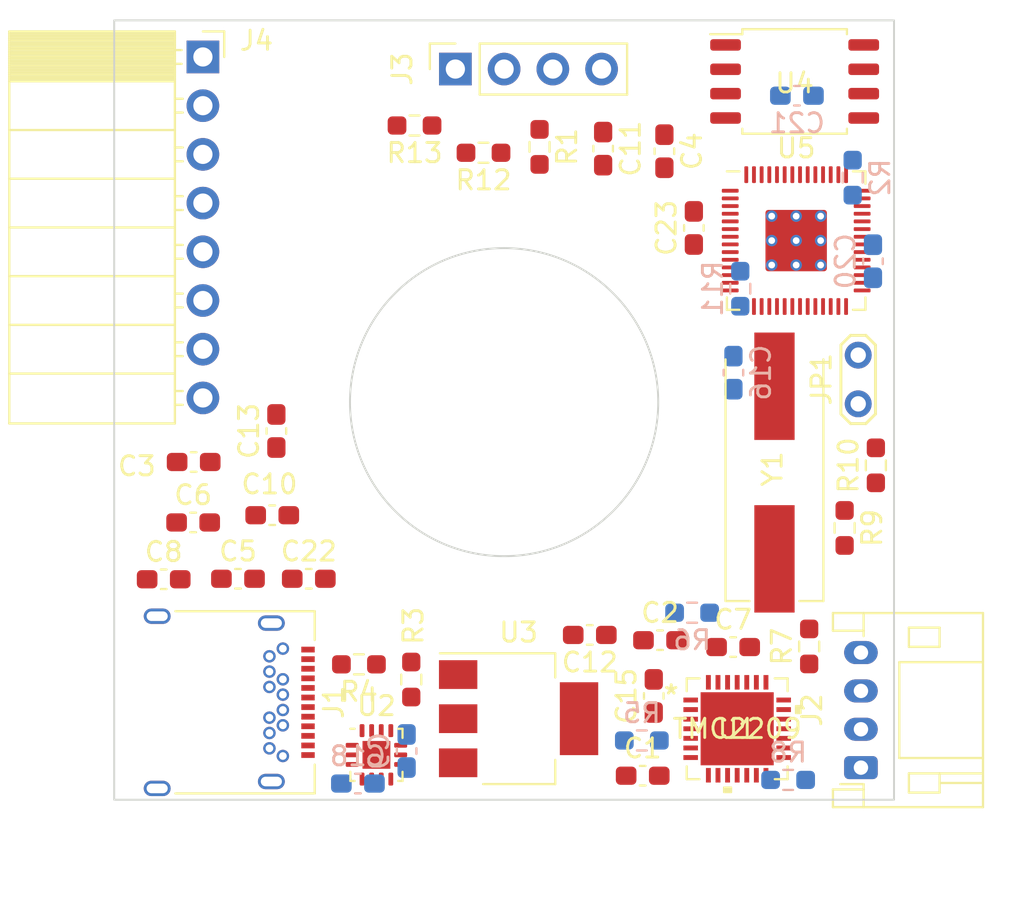
<source format=kicad_pcb>
(kicad_pcb (version 20211014) (generator pcbnew)
  (layers (0 "F.Cu" jumper) (31 "B.Cu" signal) (34 "B.Paste" user) (35 "F.Paste" user) (36 "B.SilkS" user "B.Silkscreen") (37 "F.SilkS" user "F.Silkscreen") (38 "B.Mask" user) (39 "F.Mask" user) (44 "Edge.Cuts" user))
  (net 0 "")
  (net 1 "Net-(C1-Pad1)")
  (net 2 "GND")
  (net 3 "Net-(C2-Pad1)")
  (net 4 "Net-(C2-Pad2)")
  (net 5 "+3V3")
  (net 6 "Net-(C5-Pad1)")
  (net 7 "VBUS")
  (net 8 "cc2")
  (net 9 "cc1")
  (net 10 "Net-(C12-Pad1)")
  (net 11 "Net-(C15-Pad2)")
  (net 12 "Net-(C16-Pad2)")
  (net 13 "+1V1")
  (net 16 "USB-D+")
  (net 17 "USB-D-")
  (net 26 "Net-(J2-Pad1)")
  (net 27 "Net-(J2-Pad2)")
  (net 28 "Net-(J2-Pad3)")
  (net 29 "Net-(J2-Pad4)")
  (net 30 "Net-(J3-Pad3)")
  (net 31 "Net-(J3-Pad4)")
  (net 32 "Net-(J4-Pad2)")
  (net 33 "Net-(J4-Pad4)")
  (net 34 "Net-(J4-Pad5)")
  (net 35 "Net-(J4-Pad6)")
  (net 36 "Net-(J4-Pad7)")
  (net 38 "Net-(JP1-Pad2)")
  (net 39 "tmc_ENN")
  (net 40 "PWR-SDA")
  (net 41 "PWR-SCL")
  (net 42 "PWR-INT_N")
  (net 43 "Net-(R5-Pad2)")
  (net 44 "Net-(R6-Pad2)")
  (net 45 "Net-(R7-Pad1)")
  (net 46 "Net-(R9-Pad2)")
  (net 47 "Net-(R10-Pad2)")
  (net 48 "Net-(R11-Pad1)")
  (net 49 "tmc_UART")
  (net 50 "Net-(R12-Pad1)")
  (net 51 "Net-(R13-Pad1)")
  (net 53 "tmc_DIAG")
  (net 54 "tmc_INDEX")
  (net 55 "tmc_STEP")
  (net 56 "tmc_DIR")
  (net 58 "Net-(U4-Pad2)")
  (net 59 "Net-(U4-Pad3)")
  (net 60 "Net-(U4-Pad5)")
  (net 61 "Net-(U4-Pad6)")
  (net 62 "Net-(U4-Pad7)")
  (footprint "Resistor_SMD:R_0603_1608Metric_Pad0.98x0.95mm_HandSolder" (layer "F.Cu") (at 217.494129 74.003788 90)
    (fp_text reference "R10" (at 0 -1.43 90) (layer "F.SilkS"))
    (fp_text value "1k")
    (pad "1" smd roundrect (at -0.9125 0 90) (size 0.975 0.95) (layers "F.Cu" "F.Paste" "F.Mask") (net 12 "Net-(C16-Pad2)"))
    (pad "2" smd roundrect (at 0.9125 0 90) (size 0.975 0.95) (layers "F.Cu" "F.Paste" "F.Mask") (net 47 "Net-(R10-Pad2)"))
  )
  (footprint "Connector_PinSocket_2.54mm:PinSocket_1x04_P2.54mm_Vertical" (layer "F.Cu") (at 195.58 53.34 90)
    (fp_text reference "J3" (at 0 -2.77 90) (layer "F.SilkS"))
    (fp_text value "I2C OLED")
    (pad "1" thru_hole rect (at 0 0 90) (size 1.7 1.7) (drill 1) (layers *.Cu *.Mask) (net 2 "GND"))
    (pad "2" thru_hole oval (at 0 2.54 90) (size 1.7 1.7) (drill 1) (layers *.Cu *.Mask) (net 5 "+3V3"))
    (pad "3" thru_hole oval (at 0 5.08 90) (size 1.7 1.7) (drill 1) (layers *.Cu *.Mask) (net 30 "Net-(J3-Pad3)"))
    (pad "4" thru_hole oval (at 0 7.62 90) (size 1.7 1.7) (drill 1) (layers *.Cu *.Mask) (net 31 "Net-(J3-Pad4)"))
  )
  (footprint "Connector_USB:USB_C_Receptacle_Amphenol_12401548E4-2A" (layer "F.Cu") (at 182.88 86.36 -90)
    (fp_text reference "J1" (at 0 -6.36 90) (layer "F.SilkS"))
    (fp_text value "USB_C_Receptacle")
    (pad "" np_thru_hole circle (at -3.6 -4.36 270) (size 0.65 0.65) (drill 0.65) (layers *.Cu *.Mask))
    (pad "" np_thru_hole oval (at 3.6 -4.36 270) (size 0.95 0.65) (drill oval 0.95 0.65) (layers *.Cu *.Mask))
    (pad "A1" smd rect (at -2.75 -5.02 270) (size 0.3 0.7) (layers "F.Cu" "F.Paste" "F.Mask") (net 2 "GND"))
    (pad "A2" smd rect (at -2.25 -5.02 270) (size 0.3 0.7) (layers "F.Cu" "F.Paste" "F.Mask"))
    (pad "A3" smd rect (at -1.75 -5.02 270) (size 0.3 0.7) (layers "F.Cu" "F.Paste" "F.Mask"))
    (pad "A4" smd rect (at -1.25 -5.02 270) (size 0.3 0.7) (layers "F.Cu" "F.Paste" "F.Mask") (net 7 "VBUS"))
    (pad "A5" smd rect (at -0.75 -5.02 270) (size 0.3 0.7) (layers "F.Cu" "F.Paste" "F.Mask") (net 9 "cc1"))
    (pad "A6" smd rect (at -0.25 -5.02 270) (size 0.3 0.7) (layers "F.Cu" "F.Paste" "F.Mask") (net 16 "USB-D+"))
    (pad "A7" smd rect (at 0.25 -5.02 270) (size 0.3 0.7) (layers "F.Cu" "F.Paste" "F.Mask") (net 17 "USB-D-"))
    (pad "A8" smd rect (at 0.75 -5.02 270) (size 0.3 0.7) (layers "F.Cu" "F.Paste" "F.Mask"))
    (pad "A9" smd rect (at 1.25 -5.02 270) (size 0.3 0.7) (layers "F.Cu" "F.Paste" "F.Mask") (net 7 "VBUS"))
    (pad "A10" smd rect (at 1.75 -5.02 270) (size 0.3 0.7) (layers "F.Cu" "F.Paste" "F.Mask"))
    (pad "A11" smd rect (at 2.25 -5.02 270) (size 0.3 0.7) (layers "F.Cu" "F.Paste" "F.Mask"))
    (pad "A12" smd rect (at 2.75 -5.02 270) (size 0.3 0.7) (layers "F.Cu" "F.Paste" "F.Mask") (net 2 "GND"))
    (pad "B1" thru_hole circle (at 2.8 -3.71 270) (size 0.65 0.65) (drill 0.4) (layers *.Cu *.Mask) (net 2 "GND"))
    (pad "B2" thru_hole circle (at 2.4 -3.01 270) (size 0.65 0.65) (drill 0.4) (layers *.Cu *.Mask))
    (pad "B3" thru_hole circle (at 1.6 -3.01 270) (size 0.65 0.65) (drill 0.4) (layers *.Cu *.Mask))
    (pad "B4" thru_hole circle (at 1.2 -3.71 270) (size 0.65 0.65) (drill 0.4) (layers *.Cu *.Mask) (net 7 "VBUS"))
    (pad "B5" thru_hole circle (at 0.8 -3.01 270) (size 0.65 0.65) (drill 0.4) (layers *.Cu *.Mask) (net 8 "cc2"))
    (pad "B6" thru_hole circle (at 0.4 -3.71 270) (size 0.65 0.65) (drill 0.4) (layers *.Cu *.Mask) (net 16 "USB-D+"))
    (pad "B7" thru_hole circle (at -0.4 -3.71 270) (size 0.65 0.65) (drill 0.4) (layers *.Cu *.Mask) (net 17 "USB-D-"))
    (pad "B8" thru_hole circle (at -0.8 -3.01 270) (size 0.65 0.65) (drill 0.4) (layers *.Cu *.Mask))
    (pad "B9" thru_hole circle (at -1.2 -3.71 270) (size 0.65 0.65) (drill 0.4) (layers *.Cu *.Mask) (net 7 "VBUS"))
    (pad "B10" thru_hole circle (at -1.6 -3.01 270) (size 0.65 0.65) (drill 0.4) (layers *.Cu *.Mask))
    (pad "B11" thru_hole circle (at -2.4 -3.01 270) (size 0.65 0.65) (drill 0.4) (layers *.Cu *.Mask))
    (pad "B12" thru_hole circle (at -2.8 -3.71 270) (size 0.65 0.65) (drill 0.4) (layers *.Cu *.Mask) (net 2 "GND"))
    (pad "S1" thru_hole oval (at 4.49 2.84 270) (size 0.8 1.4) (drill oval 0.5 1.1) (layers *.Cu *.Mask) (net 2 "GND"))
    (pad "S1" thru_hole oval (at -4.13 -3.11 270) (size 0.8 1.4) (drill oval 0.5 1.1) (layers *.Cu *.Mask) (net 2 "GND"))
    (pad "S1" thru_hole oval (at -4.49 2.84 270) (size 0.8 1.4) (drill oval 0.5 1.1) (layers *.Cu *.Mask) (net 2 "GND"))
    (pad "S1" thru_hole oval (at 4.13 -3.11 270) (size 0.8 1.4) (drill oval 0.5 1.1) (layers *.Cu *.Mask) (net 2 "GND"))
  )
  (footprint "Resistor_SMD:R_0603_1608Metric_Pad0.98x0.95mm_HandSolder" (layer "F.Cu") (at 214.018049 83.446684 90)
    (fp_text reference "R7" (at 0 -1.43 90) (layer "F.SilkS"))
    (fp_text value "10k")
    (pad "1" smd roundrect (at -0.9125 0 90) (size 0.975 0.95) (layers "F.Cu" "F.Paste" "F.Mask") (net 45 "Net-(R7-Pad1)"))
    (pad "2" smd roundrect (at 0.9125 0 90) (size 0.975 0.95) (layers "F.Cu" "F.Paste" "F.Mask") (net 5 "+3V3"))
  )
  (footprint "Capacitor_SMD:C_0603_1608Metric_Pad1.08x0.95mm_HandSolder" (layer "F.Cu") (at 205.341709 90.187288)
    (fp_text reference "C1" (at 0 -1.43) (layer "F.SilkS"))
    (fp_text value "2.2uF")
    (pad "1" smd roundrect (at -0.8625 0) (size 1.075 0.95) (layers "F.Cu" "F.Paste" "F.Mask") (net 1 "Net-(C1-Pad1)"))
    (pad "2" smd roundrect (at 0.8625 0) (size 1.075 0.95) (layers "F.Cu" "F.Paste" "F.Mask") (net 2 "GND"))
  )
  (footprint "Capacitor_SMD:C_0603_1608Metric_Pad1.08x0.95mm_HandSolder" (layer "F.Cu") (at 208.008704 61.62388 90)
    (fp_text reference "C23" (at 0 -1.43 90) (layer "F.SilkS"))
    (fp_text value "700nF")
    (pad "1" smd roundrect (at -0.8625 0 90) (size 1.075 0.95) (layers "F.Cu" "F.Paste" "F.Mask") (net 5 "+3V3"))
    (pad "2" smd roundrect (at 0.8625 0 90) (size 1.075 0.95) (layers "F.Cu" "F.Paste" "F.Mask") (net 2 "GND"))
  )
  (footprint "Capacitor_SMD:C_0603_1608Metric_Pad1.08x0.95mm_HandSolder" (layer "F.Cu") (at 186.251284 72.212976 90)
    (fp_text reference "C13" (at 0 -1.43 90) (layer "F.SilkS"))
    (fp_text value "300nF")
    (pad "1" smd roundrect (at -0.8625 0 90) (size 1.075 0.95) (layers "F.Cu" "F.Paste" "F.Mask") (net 7 "VBUS"))
    (pad "2" smd roundrect (at 0.8625 0 90) (size 1.075 0.95) (layers "F.Cu" "F.Paste" "F.Mask") (net 2 "GND"))
  )
  (footprint "Package_SO:SOIC-8_5.23x5.23mm_P1.27mm" (layer "F.Cu") (at 213.259944 53.986575)
    (fp_text reference "U4" (at 0 0.090389) (layer "F.SilkS"))
    (fp_text value "W25Q128JVS")
    (pad "1" smd roundrect (at -3.6 -1.905) (size 1.6 0.6) (layers "F.Cu" "F.Paste" "F.Mask") (net 46 "Net-(R9-Pad2)"))
    (pad "2" smd roundrect (at -3.6 -0.635) (size 1.6 0.6) (layers "F.Cu" "F.Paste" "F.Mask") (net 58 "Net-(U4-Pad2)"))
    (pad "3" smd roundrect (at -3.6 0.635) (size 1.6 0.6) (layers "F.Cu" "F.Paste" "F.Mask") (net 59 "Net-(U4-Pad3)"))
    (pad "4" smd roundrect (at -3.6 1.905) (size 1.6 0.6) (layers "F.Cu" "F.Paste" "F.Mask") (net 2 "GND"))
    (pad "5" smd roundrect (at 3.6 1.905) (size 1.6 0.6) (layers "F.Cu" "F.Paste" "F.Mask") (net 60 "Net-(U4-Pad5)"))
    (pad "6" smd roundrect (at 3.6 0.635) (size 1.6 0.6) (layers "F.Cu" "F.Paste" "F.Mask") (net 61 "Net-(U4-Pad6)"))
    (pad "7" smd roundrect (at 3.6 -0.635) (size 1.6 0.6) (layers "F.Cu" "F.Paste" "F.Mask") (net 62 "Net-(U4-Pad7)"))
    (pad "8" smd roundrect (at 3.6 -1.905) (size 1.6 0.6) (layers "F.Cu" "F.Paste" "F.Mask") (net 5 "+3V3"))
  )
  (footprint "Connector_PinSocket_2.54mm:PinSocket_1x08_P2.54mm_Horizontal" (layer "F.Cu") (at 182.423279 52.708471)
    (fp_text reference "J4" (at 2.792805 -0.850104) (layer "F.SilkS"))
    (fp_text value "SPI RFID")
    (pad "1" thru_hole rect (at 0 0) (size 1.7 1.7) (drill 1) (layers *.Cu *.Mask) (net 5 "+3V3"))
    (pad "2" thru_hole oval (at 0 2.54) (size 1.7 1.7) (drill 1) (layers *.Cu *.Mask) (net 32 "Net-(J4-Pad2)"))
    (pad "3" thru_hole oval (at 0 5.08) (size 1.7 1.7) (drill 1) (layers *.Cu *.Mask) (net 2 "GND"))
    (pad "4" thru_hole oval (at 0 7.62) (size 1.7 1.7) (drill 1) (layers *.Cu *.Mask) (net 33 "Net-(J4-Pad4)"))
    (pad "5" thru_hole oval (at 0 10.16) (size 1.7 1.7) (drill 1) (layers *.Cu *.Mask) (net 34 "Net-(J4-Pad5)"))
    (pad "6" thru_hole oval (at 0 12.7) (size 1.7 1.7) (drill 1) (layers *.Cu *.Mask) (net 35 "Net-(J4-Pad6)"))
    (pad "7" thru_hole oval (at 0 15.24) (size 1.7 1.7) (drill 1) (layers *.Cu *.Mask) (net 36 "Net-(J4-Pad7)"))
    (pad "8" thru_hole oval (at 0 17.78) (size 1.7 1.7) (drill 1) (layers *.Cu *.Mask))
  )
  (footprint "Resistor_SMD:R_0603_1608Metric_Pad0.98x0.95mm_HandSolder" (layer "F.Cu") (at 199.967183 57.398269 -90)
    (fp_text reference "R1" (at 0 -1.43 90) (layer "F.SilkS"))
    (fp_text value "10k")
    (pad "1" smd roundrect (at -0.9125 0 270) (size 0.975 0.95) (layers "F.Cu" "F.Paste" "F.Mask") (net 2 "GND"))
    (pad "2" smd roundrect (at 0.9125 0 270) (size 0.975 0.95) (layers "F.Cu" "F.Paste" "F.Mask") (net 39 "tmc_ENN"))
  )
  (footprint "Resistor_SMD:R_0603_1608Metric_Pad0.98x0.95mm_HandSolder" (layer "F.Cu") (at 193.281175 85.172112 -90)
    (fp_text reference "R3" (at -2.801692 -0.107758 90) (layer "F.SilkS"))
    (fp_text value "4.7k")
    (pad "1" smd roundrect (at -0.9125 0 270) (size 0.975 0.95) (layers "F.Cu" "F.Paste" "F.Mask") (net 41 "PWR-SCL"))
    (pad "2" smd roundrect (at 0.9125 0 270) (size 0.975 0.95) (layers "F.Cu" "F.Paste" "F.Mask") (net 5 "+3V3"))
  )
  (footprint "Connector_JST:JST_PH_S4B-PH-K_1x04_P2.00mm_Horizontal" (layer "F.Cu") (at 216.715881 89.765862 90)
    (fp_text reference "J2" (at 3 -2.55 90) (layer "F.SilkS"))
    (fp_text value "Stepper OUT")
    (pad "1" thru_hole roundrect (at 0 0 90) (size 1.2 1.75) (drill 0.75) (layers *.Cu *.Mask) (roundrect_rratio 0.208333) (net 26 "Net-(J2-Pad1)"))
    (pad "2" thru_hole oval (at 2 0 90) (size 1.2 1.75) (drill 0.75) (layers *.Cu *.Mask) (net 27 "Net-(J2-Pad2)"))
    (pad "3" thru_hole oval (at 4 0 90) (size 1.2 1.75) (drill 0.75) (layers *.Cu *.Mask) (net 28 "Net-(J2-Pad3)"))
    (pad "4" thru_hole oval (at 6 0 90) (size 1.2 1.75) (drill 0.75) (layers *.Cu *.Mask) (net 29 "Net-(J2-Pad4)"))
  )
  (footprint "TestPoint:TestPoint_2Pads_Pitch2.54mm_Drill0.8mm" (layer "F.Cu") (at 216.573483 68.256727 -90)
    (fp_text reference "JP1" (at 1.25717 1.916965 90) (layer "F.SilkS"))
    (fp_text value "Jumper_2_Open")
    (pad "1" thru_hole circle (at 0 0 270) (size 1.4 1.4) (drill 0.8) (layers *.Cu *.Mask) (net 2 "GND"))
    (pad "2" thru_hole circle (at 2.54 0 270) (size 1.4 1.4) (drill 0.8) (layers *.Cu *.Mask) (net 38 "Net-(JP1-Pad2)"))
  )
  (footprint "Capacitor_SMD:C_0603_1608Metric_Pad1.08x0.95mm_HandSolder" (layer "F.Cu") (at 186.035769 76.60409 180)
    (fp_text reference "C10" (at 0.146267 1.616361) (layer "F.SilkS"))
    (fp_text value "100nF")
    (pad "1" smd roundrect (at -0.8625 0 180) (size 1.075 0.95) (layers "F.Cu" "F.Paste" "F.Mask") (net 5 "+3V3"))
    (pad "2" smd roundrect (at 0.8625 0 180) (size 1.075 0.95) (layers "F.Cu" "F.Paste" "F.Mask") (net 2 "GND"))
  )
  (footprint "Capacitor_SMD:C_0603_1608Metric_Pad1.08x0.95mm_HandSolder" (layer "F.Cu") (at 180.378507 79.944569)
    (fp_text reference "C8" (at 0 -1.43) (layer "F.SilkS"))
    (fp_text value "470pF")
    (pad "1" smd roundrect (at -0.8625 0) (size 1.075 0.95) (layers "F.Cu" "F.Paste" "F.Mask") (net 8 "cc2"))
    (pad "2" smd roundrect (at 0.8625 0) (size 1.075 0.95) (layers "F.Cu" "F.Paste" "F.Mask") (net 2 "GND"))
  )
  (footprint "Resistor_SMD:R_0603_1608Metric_Pad0.98x0.95mm_HandSolder" (layer "F.Cu") (at 190.553418 84.379926 180)
    (fp_text reference "R4" (at 0 -1.43) (layer "F.SilkS"))
    (fp_text value "4.7k")
    (pad "1" smd roundrect (at -0.9125 0 180) (size 0.975 0.95) (layers "F.Cu" "F.Paste" "F.Mask") (net 42 "PWR-INT_N"))
    (pad "2" smd roundrect (at 0.9125 0 180) (size 0.975 0.95) (layers "F.Cu" "F.Paste" "F.Mask") (net 5 "+3V3"))
  )
  (footprint "Package_DFN_QFN:WQFN-14-1EP_2.5x2.5mm_P0.5mm_EP1.45x1.45mm" (layer "F.Cu") (at 191.465918 89.100111)
    (fp_text reference "U2" (at 0 -2.55) (layer "F.SilkS"))
    (fp_text value "FUSB302B01MPX")
    (pad "1" smd roundrect (at -1.2625 -0.5) (size 0.675 0.25) (layers "F.Cu" "F.Paste" "F.Mask") (net 8 "cc2"))
    (pad "2" smd roundrect (at -1.2625 0) (size 0.675 0.25) (layers "F.Cu" "F.Paste" "F.Mask") (net 7 "VBUS"))
    (pad "3" smd roundrect (at -1.2625 0.5) (size 0.675 0.25) (layers "F.Cu" "F.Paste" "F.Mask") (net 5 "+3V3"))
    (pad "4" smd roundrect (at -0.75 1.2625) (size 0.25 0.675) (layers "F.Cu" "F.Paste" "F.Mask") (net 5 "+3V3"))
    (pad "5" smd roundrect (at -0.25 1.2625) (size 0.25 0.675) (layers "F.Cu" "F.Paste" "F.Mask") (net 42 "PWR-INT_N"))
    (pad "6" smd roundrect (at 0.25 1.2625) (size 0.25 0.675) (layers "F.Cu" "F.Paste" "F.Mask") (net 41 "PWR-SCL"))
    (pad "7" smd roundrect (at 0.75 1.2625) (size 0.25 0.675) (layers "F.Cu" "F.Paste" "F.Mask") (net 40 "PWR-SDA"))
    (pad "8" smd roundrect (at 1.2625 0.5) (size 0.675 0.25) (layers "F.Cu" "F.Paste" "F.Mask") (net 2 "GND"))
    (pad "9" smd roundrect (at 1.2625 0) (size 0.675 0.25) (layers "F.Cu" "F.Paste" "F.Mask") (net 2 "GND"))
    (pad "10" smd roundrect (at 1.2625 -0.5) (size 0.675 0.25) (layers "F.Cu" "F.Paste" "F.Mask") (net 9 "cc1"))
    (pad "11" smd roundrect (at 0.75 -1.2625) (size 0.25 0.675) (layers "F.Cu" "F.Paste" "F.Mask") (net 9 "cc1"))
    (pad "12" smd roundrect (at 0.25 -1.2625) (size 0.25 0.675) (layers "F.Cu" "F.Paste" "F.Mask") (net 6 "Net-(C5-Pad1)"))
    (pad "13" smd roundrect (at -0.25 -1.2625) (size 0.25 0.675) (layers "F.Cu" "F.Paste" "F.Mask") (net 6 "Net-(C5-Pad1)"))
    (pad "14" smd roundrect (at -0.75 -1.2625) (size 0.25 0.675) (layers "F.Cu" "F.Paste" "F.Mask") (net 8 "cc2"))
    (pad "15" smd rect (at 0 0) (size 1.45 1.45) (layers "F.Cu" "F.Mask") (net 2 "GND"))
  )
  (footprint "Capacitor_SMD:C_0603_1608Metric_Pad1.08x0.95mm_HandSolder" (layer "F.Cu") (at 181.91449 76.981241)
    (fp_text reference "C6" (at 0 -1.43) (layer "F.SilkS"))
    (fp_text value "0.1uF")
    (pad "1" smd roundrect (at -0.8625 0) (size 1.075 0.95) (layers "F.Cu" "F.Paste" "F.Mask") (net 6 "Net-(C5-Pad1)"))
    (pad "2" smd roundrect (at 0.8625 0) (size 1.075 0.95) (layers "F.Cu" "F.Paste" "F.Mask") (net 2 "GND"))
  )
  (footprint "Resistor_SMD:R_0603_1608Metric_Pad0.98x0.95mm_HandSolder" (layer "F.Cu") (at 197.046229 57.704237 180)
    (fp_text reference "R12" (at 0 -1.43) (layer "F.SilkS"))
    (fp_text value "27.4")
    (pad "1" smd roundrect (at -0.9125 0 180) (size 0.975 0.95) (layers "F.Cu" "F.Paste" "F.Mask") (net 50 "Net-(R12-Pad1)"))
    (pad "2" smd roundrect (at 0.9125 0 180) (size 0.975 0.95) (layers "F.Cu" "F.Paste" "F.Mask") (net 16 "USB-D+"))
  )
  (footprint "Package_TO_SOT_SMD:SOT-223-3_TabPin2" (layer "F.Cu") (at 198.874238 87.214357)
    (fp_text reference "U3" (at 0 -4.5) (layer "F.SilkS"))
    (fp_text value "NCP1117-3.3_SOT223")
    (pad "1" smd rect (at -3.15 -2.3) (size 2 1.5) (layers "F.Cu" "F.Paste" "F.Mask") (net 2 "GND"))
    (pad "2" smd rect (at -3.15 0) (size 2 1.5) (layers "F.Cu" "F.Paste" "F.Mask") (net 5 "+3V3"))
    (pad "2" smd rect (at 3.15 0) (size 2 3.8) (layers "F.Cu" "F.Paste" "F.Mask") (net 5 "+3V3"))
    (pad "3" smd rect (at -3.15 2.3) (size 2 1.5) (layers "F.Cu" "F.Paste" "F.Mask") (net 7 "VBUS"))
  )
  (footprint "MCU_RaspberryPi_and_Boards:Crystal_SMD_HC49-US" (layer "F.Cu") (at 212.209309 74.37966 90)
    (fp_text reference "Y1" (at 0.188576 -0.107757 90) (layer "F.SilkS"))
    (fp_text value "12.000MHZ")
    (pad "1" smd rect locked (at -4.5 0 90) (size 5.6 2.1) (layers "F.Cu" "F.Paste" "F.Mask") (net 11 "Net-(C15-Pad2)"))
    (pad "2" smd rect locked (at 4.5 0 90) (size 5.6 2.1) (layers "F.Cu" "F.Paste" "F.Mask") (net 12 "Net-(C16-Pad2)"))
  )
  (footprint "Resistor_SMD:R_0603_1608Metric_Pad0.98x0.95mm_HandSolder" (layer "F.Cu") (at 215.865233 77.267939 -90)
    (fp_text reference "R9" (at 0 -1.43 90) (layer "F.SilkS"))
    (fp_text value "1k")
    (pad "1" smd roundrect (at -0.9125 0 270) (size 0.975 0.95) (layers "F.Cu" "F.Paste" "F.Mask") (net 38 "Net-(JP1-Pad2)"))
    (pad "2" smd roundrect (at 0.9125 0 270) (size 0.975 0.95) (layers "F.Cu" "F.Paste" "F.Mask") (net 46 "Net-(R9-Pad2)"))
  )
  (footprint "Capacitor_SMD:C_0603_1608Metric_Pad1.08x0.95mm_HandSolder" (layer "F.Cu") (at 181.940989 73.829337)
    (fp_text reference "C3" (at -2.963328 0.215515) (layer "F.SilkS"))
    (fp_text value "1uF")
    (pad "1" smd roundrect (at -0.8625 0) (size 1.075 0.95) (layers "F.Cu" "F.Paste" "F.Mask") (net 2 "GND"))
    (pad "2" smd roundrect (at 0.8625 0) (size 1.075 0.95) (layers "F.Cu" "F.Paste" "F.Mask") (net 5 "+3V3"))
  )
  (footprint "tmc2209:TMC2209" (layer "F.Cu") (at 210.265684 87.739674)
    (fp_text reference "U1" (at 0 0) (layer "F.SilkS"))
    (fp_text value "TMC2209" (at 0 0) (layer "F.SilkS"))
    (fp_text user "*" (at -3.4369 -1.75) (layer "F.SilkS"))
    (fp_text user "*" (at -3.4369 -1.75) (layer "F.SilkS"))
    (pad "1" smd rect locked (at -2.4233 -1.5 90) (size 0.2548 0.757199) (layers "F.Cu" "F.Paste" "F.Mask") (net 29 "Net-(J2-Pad4)"))
    (pad "2" smd rect locked (at -2.4233 -1.000001 90) (size 0.2548 0.757199) (layers "F.Cu" "F.Paste" "F.Mask") (net 39 "tmc_ENN"))
    (pad "3" smd rect locked (at -2.4233 -0.499999 90) (size 0.2548 0.757199) (layers "F.Cu" "F.Paste" "F.Mask") (net 2 "GND"))
    (pad "4" smd rect locked (at -2.4233 0 90) (size 0.2548 0.757199) (layers "F.Cu" "F.Paste" "F.Mask") (net 3 "Net-(C2-Pad1)"))
    (pad "5" smd rect locked (at -2.4233 0.499999 90) (size 0.2548 0.757199) (layers "F.Cu" "F.Paste" "F.Mask") (net 4 "Net-(C2-Pad2)"))
    (pad "6" smd rect locked (at -2.4233 1.000001 90) (size 0.2548 0.757199) (layers "F.Cu" "F.Paste" "F.Mask") (net 10 "Net-(C12-Pad1)"))
    (pad "7" smd rect locked (at -2.4233 1.5 90) (size 0.2548 0.757199) (layers "F.Cu" "F.Paste" "F.Mask"))
    (pad "8" smd rect locked (at -1.5 2.4233) (size 0.2548 0.757199) (layers "F.Cu" "F.Paste" "F.Mask") (net 1 "Net-(C1-Pad1)"))
    (pad "9" smd rect locked (at -1.000001 2.4233) (size 0.2548 0.757199) (layers "F.Cu" "F.Paste" "F.Mask") (net 2 "GND"))
    (pad "10" smd rect locked (at -0.499999 2.4233) (size 0.2548 0.757199) (layers "F.Cu" "F.Paste" "F.Mask") (net 2 "GND"))
    (pad "11" smd rect locked (at 0 2.4233) (size 0.2548 0.757199) (layers "F.Cu" "F.Paste" "F.Mask") (net 53 "tmc_DIAG"))
    (pad "12" smd rect locked (at 0.499999 2.4233) (size 0.2548 0.757199) (layers "F.Cu" "F.Paste" "F.Mask") (net 54 "tmc_INDEX"))
    (pad "13" smd rect locked (at 1.000001 2.4233) (size 0.2548 0.757199) (layers "F.Cu" "F.Paste" "F.Mask") (net 2 "GND"))
    (pad "14" smd rect locked (at 1.5 2.4233) (size 0.2548 0.757199) (layers "F.Cu" "F.Paste" "F.Mask") (net 49 "tmc_UART"))
    (pad "15" smd rect locked (at 2.4233 1.5 90) (size 0.2548 0.757199) (layers "F.Cu" "F.Paste" "F.Mask") (net 5 "+3V3"))
    (pad "16" smd rect locked (at 2.4233 1.000001 90) (size 0.2548 0.757199) (layers "F.Cu" "F.Paste" "F.Mask") (net 55 "tmc_STEP"))
    (pad "17" smd rect locked (at 2.4233 0.499999 90) (size 0.2548 0.757199) (layers "F.Cu" "F.Paste" "F.Mask") (net 45 "Net-(R7-Pad1)"))
    (pad "18" smd rect locked (at 2.4233 0 90) (size 0.2548 0.757199) (layers "F.Cu" "F.Paste" "F.Mask") (net 2 "GND"))
    (pad "19" smd rect locked (at 2.4233 -0.499999 90) (size 0.2548 0.757199) (layers "F.Cu" "F.Paste" "F.Mask") (net 56 "tmc_DIR"))
    (pad "20" smd rect locked (at 2.4233 -1.000001 90) (size 0.2548 0.757199) (layers "F.Cu" "F.Paste" "F.Mask") (net 2 "GND"))
    (pad "21" smd rect locked (at 2.4233 -1.5 90) (size 0.2548 0.757199) (layers "F.Cu" "F.Paste" "F.Mask") (net 28 "Net-(J2-Pad3)"))
    (pad "22" smd rect locked (at 1.5 -2.4233) (size 0.2548 0.757199) (layers "F.Cu" "F.Paste" "F.Mask") (net 7 "VBUS"))
    (pad "23" smd rect locked (at 1.000001 -2.4233) (size 0.2548 0.757199) (layers "F.Cu" "F.Paste" "F.Mask") (net 43 "Net-(R5-Pad2)"))
    (pad "24" smd rect locked (at 0.499999 -2.4233) (size 0.2548 0.757199) (layers "F.Cu" "F.Paste" "F.Mask") (net 27 "Net-(J2-Pad2)"))
    (pad "25" smd rect locked (at 0 -2.4233) (size 0.2548 0.757199) (layers "F.Cu" "F.Paste" "F.Mask"))
    (pad "26" smd rect locked (at -0.499999 -2.4233) (size 0.2548 0.757199) (layers "F.Cu" "F.Paste" "F.Mask") (net 26 "Net-(J2-Pad1)"))
    (pad "27" smd rect locked (at -1.000001 -2.4233) (size 0.2548 0.757199) (layers "F.Cu" "F.Paste" "F.Mask") (net 44 "Net-(R6-Pad2)"))
    (pad "28" smd rect locked (at -1.5 -2.4233) (size 0.2548 0.757199) (layers "F.Cu" "F.Paste" "F.Mask") (net 7 "VBUS"))
    (pad "29" smd rect locked (at 0 0) (size 3.81 3.81) (layers "F.Cu" "F.Mask") (net 2 "GND"))
  )
  (footprint "Capacitor_SMD:C_0603_1608Metric_Pad1.08x0.95mm_HandSolder" (layer "F.Cu") (at 206.245424 83.122133)
    (fp_text reference "C2" (at 0 -1.43) (layer "F.SilkS"))
    (fp_text value "22nF")
    (pad "1" smd roundrect (at -0.8625 0) (size 1.075 0.95) (layers "F.Cu" "F.Paste" "F.Mask") (net 3 "Net-(C2-Pad1)"))
    (pad "2" smd roundrect (at 0.8625 0) (size 1.075 0.95) (layers "F.Cu" "F.Paste" "F.Mask") (net 4 "Net-(C2-Pad2)"))
  )
  (footprint "Capacitor_SMD:C_0603_1608Metric_Pad1.08x0.95mm_HandSolder" (layer "F.Cu") (at 205.918846 86.028585 90)
    (fp_text reference "C15" (at 0 -1.43 90) (layer "F.SilkS"))
    (fp_text value "27pF")
    (pad "1" smd roundrect (at -0.8625 0 90) (size 1.075 0.95) (layers "F.Cu" "F.Paste" "F.Mask") (net 2 "GND"))
    (pad "2" smd roundrect (at 0.8625 0 90) (size 1.075 0.95) (layers "F.Cu" "F.Paste" "F.Mask") (net 11 "Net-(C15-Pad2)"))
  )
  (footprint "Capacitor_SMD:C_0603_1608Metric_Pad1.08x0.95mm_HandSolder" (layer "F.Cu") (at 206.473162 57.623387 -90)
    (fp_text reference "C4" (at 0 -1.43 90) (layer "F.SilkS"))
    (fp_text value "0.1uF")
    (pad "1" smd roundrect (at -0.8625 0 270) (size 1.075 0.95) (layers "F.Cu" "F.Paste" "F.Mask") (net 2 "GND"))
    (pad "2" smd roundrect (at 0.8625 0 270) (size 1.075 0.95) (layers "F.Cu" "F.Paste" "F.Mask") (net 5 "+3V3"))
  )
  (footprint "MCU_RaspberryPi_and_Boards:RP2040-QFN-56" (layer "F.Cu") (at 213.340762 62.283894)
    (fp_text reference "U5" (at 0 -4.82) (layer "F.SilkS"))
    (fp_text value "RP2040")
    (pad "1" smd roundrect locked (at -3.4375 -2.6) (size 0.875 0.2) (layers "F.Cu" "F.Paste" "F.Mask") (net 5 "+3V3"))
    (pad "2" smd roundrect locked (at -3.4375 -2.2) (size 0.875 0.2) (layers "F.Cu" "F.Paste" "F.Mask"))
    (pad "3" smd roundrect locked (at -3.4375 -1.8) (size 0.875 0.2) (layers "F.Cu" "F.Paste" "F.Mask"))
    (pad "4" smd roundrect locked (at -3.4375 -1.4) (size 0.875 0.2) (layers "F.Cu" "F.Paste" "F.Mask"))
    (pad "5" smd roundrect locked (at -3.4375 -1) (size 0.875 0.2) (layers "F.Cu" "F.Paste" "F.Mask"))
    (pad "6" smd roundrect locked (at -3.4375 -0.6) (size 0.875 0.2) (layers "F.Cu" "F.Paste" "F.Mask"))
    (pad "7" smd roundrect locked (at -3.4375 -0.2) (size 0.875 0.2) (layers "F.Cu" "F.Paste" "F.Mask"))
    (pad "8" smd roundrect locked (at -3.4375 0.2) (size 0.875 0.2) (layers "F.Cu" "F.Paste" "F.Mask") (net 39 "tmc_ENN"))
    (pad "9" smd roundrect locked (at -3.4375 0.6) (size 0.875 0.2) (layers "F.Cu" "F.Paste" "F.Mask") (net 32 "Net-(J4-Pad2)"))
    (pad "10" smd roundrect locked (at -3.4375 1) (size 0.875 0.2) (layers "F.Cu" "F.Paste" "F.Mask") (net 5 "+3V3"))
    (pad "11" smd roundrect locked (at -3.4375 1.4) (size 0.875 0.2) (layers "F.Cu" "F.Paste" "F.Mask") (net 48 "Net-(R11-Pad1)"))
    (pad "12" smd roundrect locked (at -3.4375 1.8) (size 0.875 0.2) (layers "F.Cu" "F.Paste" "F.Mask") (net 49 "tmc_UART"))
    (pad "13" smd roundrect locked (at -3.4375 2.2) (size 0.875 0.2) (layers "F.Cu" "F.Paste" "F.Mask") (net 35 "Net-(J4-Pad6)"))
    (pad "14" smd roundrect locked (at -3.4375 2.6) (size 0.875 0.2) (layers "F.Cu" "F.Paste" "F.Mask") (net 33 "Net-(J4-Pad4)"))
    (pad "15" smd roundrect locked (at -2.6 3.4375) (size 0.2 0.875) (layers "F.Cu" "F.Paste" "F.Mask") (net 34 "Net-(J4-Pad5)"))
    (pad "16" smd roundrect locked (at -2.2 3.4375) (size 0.2 0.875) (layers "F.Cu" "F.Paste" "F.Mask") (net 36 "Net-(J4-Pad7)"))
    (pad "17" smd roundrect locked (at -1.8 3.4375) (size 0.2 0.875) (layers "F.Cu" "F.Paste" "F.Mask") (net 56 "tmc_DIR"))
    (pad "18" smd roundrect locked (at -1.4 3.4375) (size 0.2 0.875) (layers "F.Cu" "F.Paste" "F.Mask") (net 55 "tmc_STEP"))
    (pad "19" smd roundrect locked (at -1 3.4375) (size 0.2 0.875) (layers "F.Cu" "F.Paste" "F.Mask") (net 2 "GND"))
    (pad "20" smd roundrect locked (at -0.6 3.4375) (size 0.2 0.875) (layers "F.Cu" "F.Paste" "F.Mask") (net 11 "Net-(C15-Pad2)"))
    (pad "21" smd roundrect locked (at -0.2 3.4375) (size 0.2 0.875) (layers "F.Cu" "F.Paste" "F.Mask") (net 47 "Net-(R10-Pad2)"))
    (pad "22" smd roundrect locked (at 0.2 3.4375) (size 0.2 0.875) (layers "F.Cu" "F.Paste" "F.Mask") (net 5 "+3V3"))
    (pad "23" smd roundrect locked (at 0.6 3.4375) (size 0.2 0.875) (layers "F.Cu" "F.Paste" "F.Mask") (net 13 "+1V1"))
    (pad "24" smd roundrect locked (at 1 3.4375) (size 0.2 0.875) (layers "F.Cu" "F.Paste" "F.Mask"))
    (pad "25" smd roundrect locked (at 1.4 3.4375) (size 0.2 0.875) (layers "F.Cu" "F.Paste" "F.Mask"))
    (pad "26" smd roundrect locked (at 1.8 3.4375) (size 0.2 0.875) (layers "F.Cu" "F.Paste" "F.Mask"))
    (pad "27" smd roundrect locked (at 2.2 3.4375) (size 0.2 0.875) (layers "F.Cu" "F.Paste" "F.Mask") (net 40 "PWR-SDA"))
    (pad "28" smd roundrect locked (at 2.6 3.4375) (size 0.2 0.875) (layers "F.Cu" "F.Paste" "F.Mask") (net 41 "PWR-SCL"))
    (pad "29" smd roundrect locked (at 3.4375 2.6) (size 0.875 0.2) (layers "F.Cu" "F.Paste" "F.Mask") (net 31 "Net-(J3-Pad4)"))
    (pad "30" smd roundrect locked (at 3.4375 2.2) (size 0.875 0.2) (layers "F.Cu" "F.Paste" "F.Mask") (net 30 "Net-(J3-Pad3)"))
    (pad "31" smd roundrect locked (at 3.4375 1.8) (size 0.875 0.2) (layers "F.Cu" "F.Paste" "F.Mask") (net 42 "PWR-INT_N"))
    (pad "32" smd roundrect locked (at 3.4375 1.4) (size 0.875 0.2) (layers "F.Cu" "F.Paste" "F.Mask"))
    (pad "33" smd roundrect locked (at 3.4375 1) (size 0.875 0.2) (layers "F.Cu" "F.Paste" "F.Mask") (net 5 "+3V3"))
    (pad "34" smd roundrect locked (at 3.4375 0.6) (size 0.875 0.2) (layers "F.Cu" "F.Paste" "F.Mask"))
    (pad "35" smd roundrect locked (at 3.4375 0.2) (size 0.875 0.2) (layers "F.Cu" "F.Paste" "F.Mask"))
    (pad "36" smd roundrect locked (at 3.4375 -0.2) (size 0.875 0.2) (layers "F.Cu" "F.Paste" "F.Mask"))
    (pad "37" smd roundrect locked (at 3.4375 -0.6) (size 0.875 0.2) (layers "F.Cu" "F.Paste" "F.Mask"))
    (pad "38" smd roundrect locked (at 3.4375 -1) (size 0.875 0.2) (layers "F.Cu" "F.Paste" "F.Mask") (net 54 "tmc_INDEX"))
    (pad "39" smd roundrect locked (at 3.4375 -1.4) (size 0.875 0.2) (layers "F.Cu" "F.Paste" "F.Mask") (net 53 "tmc_DIAG"))
    (pad "40" smd roundrect locked (at 3.4375 -1.8) (size 0.875 0.2) (layers "F.Cu" "F.Paste" "F.Mask"))
    (pad "41" smd roundrect locked (at 3.4375 -2.2) (size 0.875 0.2) (layers "F.Cu" "F.Paste" "F.Mask"))
    (pad "42" smd roundrect locked (at 3.4375 -2.6) (size 0.875 0.2) (layers "F.Cu" "F.Paste" "F.Mask") (net 5 "+3V3"))
    (pad "43" smd roundrect locked (at 2.6 -3.4375) (size 0.2 0.875) (layers "F.Cu" "F.Paste" "F.Mask") (net 5 "+3V3"))
    (pad "44" smd roundrect locked (at 2.2 -3.4375) (size 0.2 0.875) (layers "F.Cu" "F.Paste" "F.Mask") (net 5 "+3V3"))
    (pad "45" smd roundrect locked (at 1.8 -3.4375) (size 0.2 0.875) (layers "F.Cu" "F.Paste" "F.Mask") (net 13 "+1V1"))
    (pad "46" smd roundrect locked (at 1.4 -3.4375) (size 0.2 0.875) (layers "F.Cu" "F.Paste" "F.Mask") (net 51 "Net-(R13-Pad1)"))
    (pad "47" smd roundrect locked (at 1 -3.4375) (size 0.2 0.875) (layers "F.Cu" "F.Paste" "F.Mask") (net 50 "Net-(R12-Pad1)"))
    (pad "48" smd roundrect locked (at 0.6 -3.4375) (size 0.2 0.875) (layers "F.Cu" "F.Paste" "F.Mask") (net 5 "+3V3"))
    (pad "49" smd roundrect locked (at 0.2 -3.4375) (size 0.2 0.875) (layers "F.Cu" "F.Paste" "F.Mask") (net 5 "+3V3"))
    (pad "50" smd roundrect locked (at -0.2 -3.4375) (size 0.2 0.875) (layers "F.Cu" "F.Paste" "F.Mask") (net 13 "+1V1"))
    (pad "51" smd roundrect locked (at -0.6 -3.4375) (size 0.2 0.875) (layers "F.Cu" "F.Paste" "F.Mask") (net 62 "Net-(U4-Pad7)"))
    (pad "52" smd roundrect locked (at -1 -3.4375) (size 0.2 0.875) (layers "F.Cu" "F.Paste" "F.Mask") (net 61 "Net-(U4-Pad6)"))
    (pad "53" smd roundrect locked (at -1.4 -3.4375) (size 0.2 0.875) (layers "F.Cu" "F.Paste" "F.Mask") (net 60 "Net-(U4-Pad5)"))
    (pad "54" smd roundrect locked (at -1.8 -3.4375) (size 0.2 0.875) (layers "F.Cu" "F.Paste" "F.Mask") (net 59 "Net-(U4-Pad3)"))
    (pad "55" smd roundrect locked (at -2.2 -3.4375) (size 0.2 0.875) (layers "F.Cu" "F.Paste" "F.Mask") (net 58 "Net-(U4-Pad2)"))
    (pad "56" smd roundrect locked (at -2.6 -3.4375) (size 0.2 0.875) (layers "F.Cu" "F.Paste" "F.Mask") (net 46 "Net-(R9-Pad2)"))
    (pad "57" thru_hole circle locked (at -1.275 -1.275) (size 0.6 0.6) (drill 0.35) (layers *.Cu) (net 2 "GND"))
    (pad "57" thru_hole circle locked (at 0 0) (size 0.6 0.6) (drill 0.35) (layers *.Cu) (net 2 "GND"))
    (pad "57" thru_hole circle locked (at -1.275 0) (size 0.6 0.6) (drill 0.35) (layers *.Cu) (net 2 "GND"))
    (pad "57" thru_hole circle locked (at 1.275 0) (size 0.6 0.6) (drill 0.35) (layers *.Cu) (net 2 "GND"))
    (pad "57" thru_hole circle locked (at 1.275 -1.275) (size 0.6 0.6) (drill 0.35) (layers *.Cu) (net 2 "GND"))
    (pad "57" thru_hole circle locked (at -1.275 1.275) (size 0.6 0.6) (drill 0.35) (layers *.Cu) (net 2 "GND"))
    (pad "57" thru_hole circle locked (at 0 -1.275) (size 0.6 0.6) (drill 0.35) (layers *.Cu) (net 2 "GND"))
    (pad "57" thru_hole circle locked (at 0 1.275) (size 0.6 0.6) (drill 0.35) (layers *.Cu) (net 2 "GND"))
    (pad "57" smd roundrect locked (at 0 0) (size 3.2 3.2) (layers "F.Cu" "F.Mask") (roundrect_rratio 0.045) (net 2 "GND"))
    (pad "57" thru_hole circle locked (at 1.275 1.275) (size 0.6 0.6) (drill 0.35) (layers *.Cu) (net 2 "GND"))
  )
  (footprint "Capacitor_SMD:C_0603_1608Metric_Pad1.08x0.95mm_HandSolder" (layer "F.Cu") (at 202.584103 82.846317 180)
    (fp_text reference "C12" (at 0 -1.43) (layer "F.SilkS"))
    (fp_text value "22nF")
    (pad "1" smd roundrect (at -0.8625 0 180) (size 1.075 0.95) (layers "F.Cu" "F.Paste" "F.Mask") (net 10 "Net-(C12-Pad1)"))
    (pad "2" smd roundrect (at 0.8625 0 180) (size 1.075 0.95) (layers "F.Cu" "F.Paste" "F.Mask") (net 7 "VBUS"))
  )
  (footprint "Capacitor_SMD:C_0603_1608Metric_Pad1.08x0.95mm_HandSolder" (layer "F.Cu") (at 203.280849 57.488249 -90)
    (fp_text reference "C11" (at 0 -1.43 90) (layer "F.SilkS"))
    (fp_text value "10uF")
    (pad "1" smd roundrect (at -0.8625 0 270) (size 1.075 0.95) (layers "F.Cu" "F.Paste" "F.Mask") (net 5 "+3V3"))
    (pad "2" smd roundrect (at 0.8625 0 270) (size 1.075 0.95) (layers "F.Cu" "F.Paste" "F.Mask") (net 2 "GND"))
  )
  (footprint "Capacitor_SMD:C_0603_1608Metric_Pad1.08x0.95mm_HandSolder" (layer "F.Cu") (at 187.940762 79.917629)
    (fp_text reference "C22" (at 0 -1.43) (layer "F.SilkS"))
    (fp_text value "1uF")
    (pad "1" smd roundrect (at -0.8625 0) (size 1.075 0.95) (layers "F.Cu" "F.Paste" "F.Mask") (net 2 "GND"))
    (pad "2" smd roundrect (at 0.8625 0) (size 1.075 0.95) (layers "F.Cu" "F.Paste" "F.Mask") (net 5 "+3V3"))
  )
  (footprint "Capacitor_SMD:C_0603_1608Metric_Pad1.08x0.95mm_HandSolder" (layer "F.Cu") (at 210.055654 83.479391)
    (fp_text reference "C7" (at 0 -1.43) (layer "F.SilkS"))
    (fp_text value "10uF")
    (pad "1" smd roundrect (at -0.8625 0) (size 1.075 0.95) (layers "F.Cu" "F.Paste" "F.Mask") (net 7 "VBUS"))
    (pad "2" smd roundrect (at 0.8625 0) (size 1.075 0.95) (layers "F.Cu" "F.Paste" "F.Mask") (net 2 "GND"))
  )
  (footprint "Capacitor_SMD:C_0603_1608Metric_Pad1.08x0.95mm_HandSolder" (layer "F.Cu") (at 184.250071 79.917629)
    (fp_text reference "C5" (at 0 -1.43) (layer "F.SilkS"))
    (fp_text value "10uF")
    (pad "1" smd roundrect (at -0.8625 0) (size 1.075 0.95) (layers "F.Cu" "F.Paste" "F.Mask") (net 6 "Net-(C5-Pad1)"))
    (pad "2" smd roundrect (at 0.8625 0) (size 1.075 0.95) (layers "F.Cu" "F.Paste" "F.Mask") (net 2 "GND"))
  )
  (footprint "Resistor_SMD:R_0603_1608Metric_Pad0.98x0.95mm_HandSolder" (layer "F.Cu") (at 193.451665 56.284121 180)
    (fp_text reference "R13" (at 0 -1.43) (layer "F.SilkS"))
    (fp_text value "27.4")
    (pad "1" smd roundrect (at -0.9125 0 180) (size 0.975 0.95) (layers "F.Cu" "F.Paste" "F.Mask") (net 51 "Net-(R13-Pad1)"))
    (pad "2" smd roundrect (at 0.9125 0 180) (size 0.975 0.95) (layers "F.Cu" "F.Paste" "F.Mask") (net 17 "USB-D-"))
  )
  (footprint "Capacitor_SMD:C_0603_1608Metric_Pad1.08x0.95mm_HandSolder" (layer "B.Cu") (at 210.070811 69.170108 90)
    (fp_text reference "C16" (at 0 1.43 90) (layer "B.SilkS") (effects (justify mirror)))
    (fp_text value "27pF")
    (pad "1" smd roundrect (at -0.8625 0 90) (size 1.075 0.95) (layers "B.Cu" "B.Paste" "B.Mask") (net 2 "GND"))
    (pad "2" smd roundrect (at 0.8625 0 90) (size 1.075 0.95) (layers "B.Cu" "B.Paste" "B.Mask") (net 12 "Net-(C16-Pad2)"))
  )
  (footprint "Resistor_SMD:R_0603_1608Metric_Pad0.98x0.95mm_HandSolder" (layer "B.Cu") (at 205.297402 88.349645 180)
    (fp_text reference "R5" (at 0 1.43) (layer "B.SilkS") (effects (justify mirror)))
    (fp_text value "220m")
    (pad "1" smd roundrect (at -0.9125 0 180) (size 0.975 0.95) (layers "B.Cu" "B.Paste" "B.Mask") (net 2 "GND"))
    (pad "2" smd roundrect (at 0.9125 0 180) (size 0.975 0.95) (layers "B.Cu" "B.Paste" "B.Mask") (net 43 "Net-(R5-Pad2)"))
  )
  (footprint "Resistor_SMD:R_0603_1608Metric_Pad0.98x0.95mm_HandSolder" (layer "B.Cu") (at 207.918094 81.687925)
    (fp_text reference "R6" (at 0 1.43) (layer "B.SilkS") (effects (justify mirror)))
    (fp_text value "220m")
    (pad "1" smd roundrect (at -0.9125 0) (size 0.975 0.95) (layers "B.Cu" "B.Paste" "B.Mask") (net 2 "GND"))
    (pad "2" smd roundrect (at 0.9125 0) (size 0.975 0.95) (layers "B.Cu" "B.Paste" "B.Mask") (net 44 "Net-(R6-Pad2)"))
  )
  (footprint "Resistor_SMD:R_0603_1608Metric_Pad0.98x0.95mm_HandSolder" (layer "B.Cu") (at 212.921269 90.406046 180)
    (fp_text reference "R8" (at 0 1.43) (layer "B.SilkS") (effects (justify mirror)))
    (fp_text value "4.4k")
    (pad "1" smd roundrect (at -0.9125 0 180) (size 0.975 0.95) (layers "B.Cu" "B.Paste" "B.Mask") (net 2 "GND"))
    (pad "2" smd roundrect (at 0.9125 0 180) (size 0.975 0.95) (layers "B.Cu" "B.Paste" "B.Mask") (net 45 "Net-(R7-Pad1)"))
  )
  (footprint "Capacitor_SMD:C_0603_1608Metric_Pad1.08x0.95mm_HandSolder" (layer "B.Cu") (at 190.499999 90.5959 180)
    (fp_text reference "C18" (at 0 1.43) (layer "B.SilkS") (effects (justify mirror)))
    (fp_text value "100nF")
    (pad "1" smd roundrect (at -0.8625 0 180) (size 1.075 0.95) (layers "B.Cu" "B.Paste" "B.Mask") (net 5 "+3V3"))
    (pad "2" smd roundrect (at 0.8625 0 180) (size 1.075 0.95) (layers "B.Cu" "B.Paste" "B.Mask") (net 2 "GND"))
  )
  (footprint "Resistor_SMD:R_0603_1608Metric_Pad0.98x0.95mm_HandSolder" (layer "B.Cu") (at 210.427477 64.793088 -90)
    (fp_text reference "R11" (at 0 1.43 90) (layer "B.SilkS") (effects (justify mirror)))
    (fp_text value "1k")
    (pad "1" smd roundrect (at -0.9125 0 270) (size 0.975 0.95) (layers "B.Cu" "B.Paste" "B.Mask") (net 48 "Net-(R11-Pad1)"))
    (pad "2" smd roundrect (at 0.9125 0 270) (size 0.975 0.95) (layers "B.Cu" "B.Paste" "B.Mask") (net 49 "tmc_UART"))
  )
  (footprint "Capacitor_SMD:C_0603_1608Metric_Pad1.08x0.95mm_HandSolder" (layer "B.Cu") (at 193.04 88.9 -90)
    (fp_text reference "C9" (at 0 1.43 90) (layer "B.SilkS") (effects (justify mirror)))
    (fp_text value "470pF")
    (pad "1" smd roundrect (at -0.8625 0 270) (size 1.075 0.95) (layers "B.Cu" "B.Paste" "B.Mask") (net 9 "cc1"))
    (pad "2" smd roundrect (at 0.8625 0 270) (size 1.075 0.95) (layers "B.Cu" "B.Paste" "B.Mask") (net 2 "GND"))
  )
  (footprint "Capacitor_SMD:C_0603_1608Metric_Pad1.08x0.95mm_HandSolder" (layer "B.Cu") (at 217.343188 63.361468 -90)
    (fp_text reference "C20" (at 0 1.43 90) (layer "B.SilkS") (effects (justify mirror)))
    (fp_text value "200nF")
    (pad "1" smd roundrect (at -0.8625 0 270) (size 1.075 0.95) (layers "B.Cu" "B.Paste" "B.Mask") (net 13 "+1V1"))
    (pad "2" smd roundrect (at 0.8625 0 270) (size 1.075 0.95) (layers "B.Cu" "B.Paste" "B.Mask") (net 2 "GND"))
  )
  (footprint "Resistor_SMD:R_0603_1608Metric_Pad0.98x0.95mm_HandSolder" (layer "B.Cu") (at 216.284852 59.001129 90)
    (fp_text reference "R2" (at 0 1.43 90) (layer "B.SilkS") (effects (justify mirror)))
    (fp_text value "4.7k")
    (pad "1" smd roundrect (at -0.9125 0 90) (size 0.975 0.95) (layers "B.Cu" "B.Paste" "B.Mask") (net 40 "PWR-SDA"))
    (pad "2" smd roundrect (at 0.9125 0 90) (size 0.975 0.95) (layers "B.Cu" "B.Paste" "B.Mask") (net 5 "+3V3"))
  )
  (footprint "Capacitor_SMD:C_0603_1608Metric_Pad1.08x0.95mm_HandSolder" (layer "B.Cu") (at 213.379206 54.729341)
    (fp_text reference "C21" (at 0 1.43) (layer "B.SilkS") (effects (justify mirror)))
    (fp_text value "1uF")
    (pad "1" smd roundrect (at -0.8625 0) (size 1.075 0.95) (layers "B.Cu" "B.Paste" "B.Mask") (net 2 "GND"))
    (pad "2" smd roundrect (at 0.8625 0) (size 1.075 0.95) (layers "B.Cu" "B.Paste" "B.Mask") (net 13 "+1V1"))
  )
  (gr_circle (center 198.12 70.707815) (end 205.74 73.247815) (layer "Edge.Cuts") (width 0.1) (fill none))
  (gr_rect (start 177.8 50.8) (end 218.44 91.44) (layer "Edge.Cuts") (width 0.1) (fill none))
)
</source>
